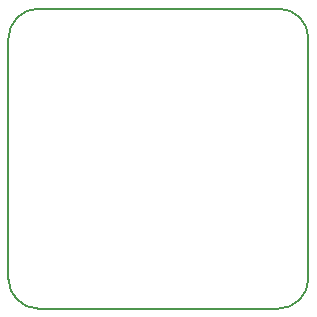
<source format=gbr>
G04 #@! TF.FileFunction,Profile,NP*
%FSLAX46Y46*%
G04 Gerber Fmt 4.6, Leading zero omitted, Abs format (unit mm)*
G04 Created by KiCad (PCBNEW 4.0.7) date 08/21/18 22:00:11*
%MOMM*%
%LPD*%
G01*
G04 APERTURE LIST*
%ADD10C,0.100000*%
%ADD11C,0.150000*%
G04 APERTURE END LIST*
D10*
D11*
X142240000Y-109220000D02*
X142240000Y-88900000D01*
X165100000Y-111760000D02*
X144780000Y-111760000D01*
X167640000Y-88900000D02*
X167640000Y-109220000D01*
X144780000Y-86360000D02*
X165100000Y-86360000D01*
X144780000Y-86360000D02*
G75*
G03X142240000Y-88900000I0J-2540000D01*
G01*
X142240000Y-109220000D02*
G75*
G03X144780000Y-111760000I2540000J0D01*
G01*
X165100000Y-111760000D02*
G75*
G03X167640000Y-109220000I0J2540000D01*
G01*
X167640000Y-88900000D02*
G75*
G03X165100000Y-86360000I-2540000J0D01*
G01*
M02*

</source>
